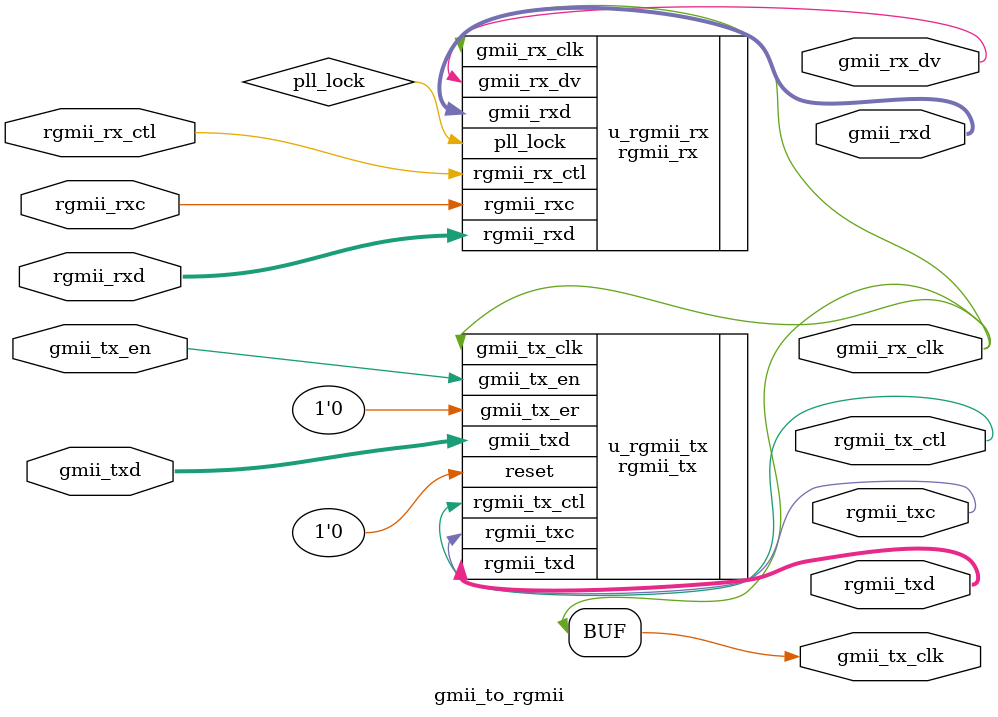
<source format=v>

module gmii_to_rgmii(
    //ÒÔÌ«ÍøGMII½Ó¿Ú
    output             gmii_rx_clk , //GMII½ÓÊÕÊ±ÖÓ
    output             gmii_rx_dv  , //GMII½ÓÊÕÊý¾ÝÓÐÐ§ÐÅºÅ
    output      [7:0]  gmii_rxd    , //GMII½ÓÊÕÊý¾Ý
    output             gmii_tx_clk , //GMII·¢ËÍÊ±ÖÓ
    input              gmii_tx_en  , //GMII·¢ËÍÊý¾ÝÊ¹ÄÜÐÅºÅ
    input       [7:0]  gmii_txd    , //GMII·¢ËÍÊý¾Ý            
    //ÒÔÌ«ÍøRGMII½Ó¿Ú   
    input              rgmii_rxc   , //RGMII½ÓÊÕÊ±ÖÓ
    input              rgmii_rx_ctl, //RGMII½ÓÊÕÊý¾Ý¿ØÖÆÐÅºÅ
    input       [3:0]  rgmii_rxd   , //RGMII½ÓÊÕÊý¾Ý
    output             rgmii_txc   , //RGMII·¢ËÍÊ±ÖÓ    
    output             rgmii_tx_ctl, //RGMII·¢ËÍÊý¾Ý¿ØÖÆÐÅºÅ
    output      [3:0]  rgmii_txd     //RGMII·¢ËÍÊý¾Ý          
    );
//wire
wire   pll_lock  ;
wire   gmii_tx_er;
//*****************************************************
//**                    main code
//*****************************************************
assign gmii_tx_clk = gmii_rx_clk;
//RGMII½ÓÊÕ
rgmii_rx u_rgmii_rx(
    .rgmii_rxc        (rgmii_rxc      ),
    .rgmii_rx_ctl     (rgmii_rx_ctl   ),
    .rgmii_rxd        (rgmii_rxd      ),
                      
    .gmii_rx_clk      (gmii_rx_clk    ),
    .gmii_rx_dv       (gmii_rx_dv     ),
    .gmii_rxd         (gmii_rxd       ),
    .pll_lock         (pll_lock       )
    );

//RGMII·¢ËÍ
rgmii_tx u_rgmii_tx(
    .reset            (1'b0           ),

    .gmii_tx_er       (1'b0           ),
    .gmii_tx_clk      (gmii_tx_clk    ),
    .gmii_tx_en       (gmii_tx_en     ),
    .gmii_txd         (gmii_txd       ),
    
    .rgmii_txc        (rgmii_txc      ),
    .rgmii_tx_ctl     (rgmii_tx_ctl   ),
    .rgmii_txd        (rgmii_txd      )
    );

endmodule
</source>
